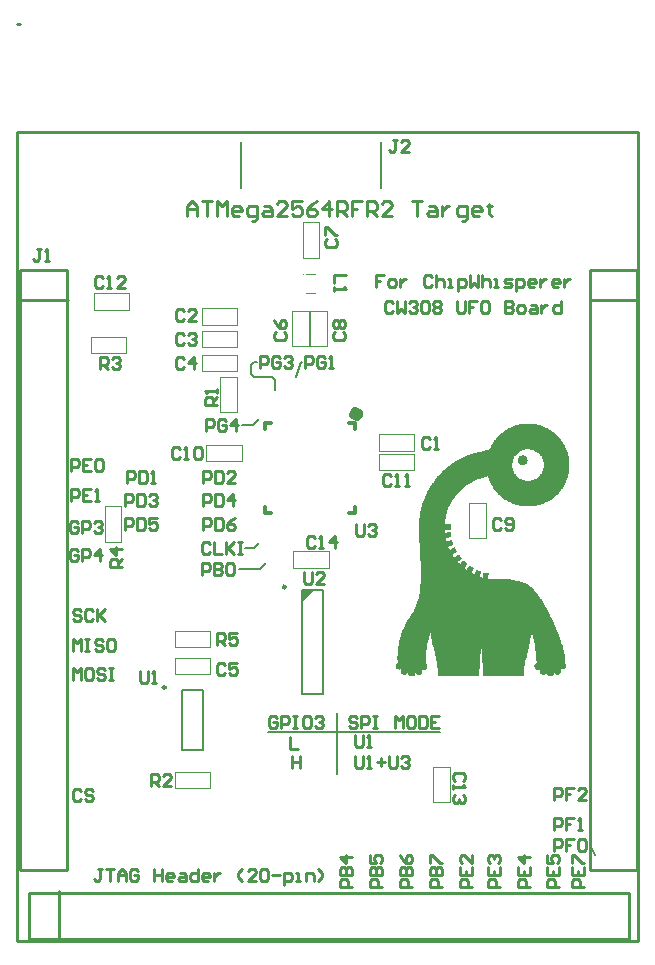
<source format=gto>
G04 Layer_Color=65535*
%FSLAX25Y25*%
%MOIN*%
G70*
G01*
G75*
%ADD22C,0.01000*%
%ADD41C,0.00984*%
%ADD42C,0.00394*%
%ADD43C,0.03937*%
%ADD44C,0.00787*%
%ADD45C,0.01181*%
%ADD46C,0.00500*%
G36*
X271542Y272546D02*
X272650D01*
Y272361D01*
X273389D01*
Y272176D01*
X274127D01*
Y271992D01*
X274681D01*
Y271807D01*
X275050D01*
Y271622D01*
X275604D01*
Y271438D01*
X275974D01*
Y271253D01*
X276343D01*
Y271068D01*
X276712D01*
Y270884D01*
X276897D01*
Y270699D01*
X277266D01*
Y270514D01*
X277451D01*
Y270330D01*
X277820D01*
Y270145D01*
X278005D01*
Y269960D01*
X278374D01*
Y269776D01*
X278559D01*
Y269591D01*
X278743D01*
Y269407D01*
X278928D01*
Y269222D01*
X279113D01*
Y269037D01*
X279297D01*
Y268853D01*
X279482D01*
Y268668D01*
X279667D01*
Y268483D01*
X279851D01*
Y268299D01*
X280036D01*
Y268114D01*
X280221D01*
Y267929D01*
X280405D01*
Y267745D01*
X280590D01*
Y267560D01*
X280775D01*
Y267375D01*
Y267191D01*
X280959D01*
Y267006D01*
X281144D01*
Y266821D01*
X281329D01*
Y266637D01*
Y266452D01*
X281513D01*
Y266267D01*
Y266083D01*
X281698D01*
Y265898D01*
X281883D01*
Y265714D01*
Y265529D01*
X282067D01*
Y265344D01*
Y265160D01*
X282252D01*
Y264975D01*
Y264790D01*
X282436D01*
Y264606D01*
Y264421D01*
Y264236D01*
X282621D01*
Y264052D01*
Y263867D01*
X282806D01*
Y263682D01*
Y263498D01*
Y263313D01*
X282990D01*
Y263128D01*
Y262944D01*
Y262759D01*
X283175D01*
Y262574D01*
Y262390D01*
Y262205D01*
Y262020D01*
X283360D01*
Y261836D01*
Y261651D01*
Y261467D01*
Y261282D01*
Y261097D01*
Y260912D01*
X283544D01*
Y260728D01*
Y260543D01*
Y260359D01*
Y260174D01*
Y259989D01*
Y259805D01*
Y259620D01*
Y259435D01*
Y259251D01*
Y259066D01*
Y258881D01*
Y258697D01*
Y258512D01*
Y258327D01*
Y258143D01*
Y257958D01*
Y257773D01*
Y257589D01*
Y257404D01*
Y257220D01*
Y257035D01*
X283360D01*
Y256850D01*
Y256665D01*
Y256481D01*
Y256296D01*
Y256112D01*
Y255927D01*
X283175D01*
Y255742D01*
Y255558D01*
Y255373D01*
Y255188D01*
X282990D01*
Y255004D01*
Y254819D01*
Y254634D01*
X282806D01*
Y254450D01*
Y254265D01*
Y254080D01*
X282621D01*
Y253896D01*
Y253711D01*
Y253526D01*
X282436D01*
Y253342D01*
Y253157D01*
X282252D01*
Y252973D01*
Y252788D01*
X282067D01*
Y252603D01*
Y252418D01*
X281883D01*
Y252234D01*
Y252049D01*
X281698D01*
Y251865D01*
Y251680D01*
X281513D01*
Y251495D01*
X281329D01*
Y251311D01*
Y251126D01*
X281144D01*
Y250941D01*
X280959D01*
Y250757D01*
Y250572D01*
X280775D01*
Y250387D01*
X280590D01*
Y250203D01*
X280405D01*
Y250018D01*
X280221D01*
Y249833D01*
X280036D01*
Y249649D01*
Y249464D01*
X279851D01*
Y249279D01*
X279667D01*
Y249095D01*
X279482D01*
Y248910D01*
X279297D01*
Y248726D01*
X278928D01*
Y248541D01*
X278743D01*
Y248356D01*
X278559D01*
Y248171D01*
X278374D01*
Y247987D01*
X278189D01*
Y247802D01*
X277820D01*
Y247618D01*
X277636D01*
Y247433D01*
X277266D01*
Y247248D01*
X277082D01*
Y247064D01*
X276712D01*
Y246879D01*
X276343D01*
Y246694D01*
X275974D01*
Y246510D01*
X275604D01*
Y246325D01*
X275235D01*
Y246140D01*
X274681D01*
Y245956D01*
X274127D01*
Y245771D01*
X273573D01*
Y245586D01*
X272834D01*
Y245402D01*
X271727D01*
Y245217D01*
X267849D01*
Y245402D01*
X266741D01*
Y245586D01*
X266002D01*
Y245771D01*
X265448D01*
Y245956D01*
X264895D01*
Y246140D01*
X264340D01*
Y246325D01*
X263971D01*
Y246510D01*
X263602D01*
Y246694D01*
X263233D01*
Y246879D01*
X262863D01*
Y247064D01*
X262679D01*
Y247248D01*
X262309D01*
Y247433D01*
X261940D01*
Y247618D01*
X261755D01*
Y247802D01*
X261571D01*
Y247987D01*
X261201D01*
Y248171D01*
X261017D01*
Y248356D01*
X260832D01*
Y248541D01*
X260648D01*
Y248726D01*
X260463D01*
Y248910D01*
X260093D01*
Y249095D01*
X259909D01*
Y249279D01*
X259724D01*
Y249464D01*
Y249649D01*
X259540D01*
Y249833D01*
X259355D01*
Y250018D01*
X259170D01*
Y250203D01*
X258986D01*
Y250387D01*
X258801D01*
Y250572D01*
Y250757D01*
X258616D01*
Y250941D01*
X258432D01*
Y251126D01*
X258247D01*
Y251311D01*
Y251495D01*
X258062D01*
Y251680D01*
Y251865D01*
X257878D01*
Y252049D01*
X257693D01*
Y252234D01*
Y252418D01*
X257508D01*
Y252603D01*
Y252788D01*
X257324D01*
Y252973D01*
Y253157D01*
X257139D01*
Y253342D01*
Y253526D01*
Y253711D01*
X256954D01*
Y253896D01*
Y254080D01*
X256770D01*
Y254265D01*
Y254450D01*
Y254634D01*
X256585D01*
Y254819D01*
Y255004D01*
X256400D01*
Y255188D01*
X256031D01*
Y255004D01*
X255108D01*
Y254819D01*
X254554D01*
Y254634D01*
X254000D01*
Y254450D01*
X253446D01*
Y254265D01*
X252892D01*
Y254080D01*
X252523D01*
Y253896D01*
X252153D01*
Y253711D01*
X251784D01*
Y253526D01*
X251415D01*
Y253342D01*
X251046D01*
Y253157D01*
X250676D01*
Y252973D01*
X250307D01*
Y252788D01*
X250122D01*
Y252603D01*
X249753D01*
Y252418D01*
X249568D01*
Y252234D01*
X249199D01*
Y252049D01*
X249014D01*
Y251865D01*
X248830D01*
Y251680D01*
X248460D01*
Y251495D01*
X248276D01*
Y251311D01*
X248091D01*
Y251126D01*
X247906D01*
Y250941D01*
X247722D01*
Y250757D01*
X247537D01*
Y250572D01*
X247353D01*
Y250387D01*
X247168D01*
Y250203D01*
X246983D01*
Y250018D01*
X246799D01*
Y249833D01*
X246614D01*
Y249649D01*
X246429D01*
Y249464D01*
X246245D01*
Y249279D01*
X246060D01*
Y249095D01*
X245875D01*
Y248910D01*
Y248726D01*
X245691D01*
Y248541D01*
X245506D01*
Y248356D01*
X245321D01*
Y248171D01*
Y247987D01*
X245137D01*
Y247802D01*
X244952D01*
Y247618D01*
X244767D01*
Y247433D01*
Y247248D01*
X244583D01*
Y247064D01*
Y246879D01*
X244398D01*
Y246694D01*
X244213D01*
Y246510D01*
Y246325D01*
X244029D01*
Y246140D01*
Y245956D01*
X243844D01*
Y245771D01*
Y245586D01*
X243659D01*
Y245402D01*
Y245217D01*
X243475D01*
Y245032D01*
Y244848D01*
X243290D01*
Y244663D01*
Y244479D01*
Y244294D01*
X243106D01*
Y244109D01*
Y243924D01*
X242921D01*
Y243740D01*
Y243555D01*
Y243371D01*
X242736D01*
Y243186D01*
Y243001D01*
Y242817D01*
Y242632D01*
X242551D01*
Y242447D01*
Y242263D01*
Y242078D01*
Y241893D01*
X242367D01*
Y241709D01*
Y241524D01*
Y241339D01*
Y241155D01*
Y240970D01*
X242182D01*
Y240785D01*
Y240601D01*
Y240416D01*
Y240231D01*
Y240047D01*
Y239862D01*
Y239678D01*
X241998D01*
Y239493D01*
Y239308D01*
X244029D01*
Y239124D01*
Y238939D01*
Y238754D01*
Y238570D01*
Y238385D01*
Y238200D01*
Y238016D01*
Y237831D01*
Y237646D01*
Y237462D01*
X241998D01*
Y237277D01*
Y237092D01*
Y236908D01*
Y236723D01*
Y236538D01*
X242182D01*
Y236354D01*
X242736D01*
Y236538D01*
X243844D01*
Y236723D01*
X244029D01*
Y236538D01*
Y236354D01*
Y236169D01*
Y235984D01*
Y235800D01*
Y235615D01*
X244213D01*
Y235431D01*
Y235246D01*
Y235061D01*
Y234876D01*
X243475D01*
Y234692D01*
X242551D01*
Y234507D01*
X242367D01*
Y234323D01*
X242551D01*
Y234138D01*
Y233953D01*
Y233769D01*
Y233584D01*
X242736D01*
Y233399D01*
X242921D01*
Y233584D01*
X243290D01*
Y233769D01*
X243844D01*
Y233953D01*
X244398D01*
Y233769D01*
X244583D01*
Y233584D01*
Y233399D01*
Y233215D01*
X244767D01*
Y233030D01*
Y232845D01*
X244952D01*
Y232661D01*
Y232476D01*
Y232291D01*
X244583D01*
Y232107D01*
X244029D01*
Y231922D01*
X243475D01*
Y231737D01*
X243290D01*
Y231553D01*
Y231368D01*
X243475D01*
Y231184D01*
Y230999D01*
X243659D01*
Y230814D01*
X244029D01*
Y230999D01*
X244398D01*
Y231184D01*
X244767D01*
Y231368D01*
X245137D01*
Y231553D01*
X245321D01*
Y231368D01*
X245506D01*
Y231184D01*
Y230999D01*
X245691D01*
Y230814D01*
Y230629D01*
X245875D01*
Y230445D01*
X246060D01*
Y230260D01*
Y230076D01*
Y229891D01*
X245875D01*
Y229706D01*
X245506D01*
Y229522D01*
X245137D01*
Y229337D01*
X244952D01*
Y229152D01*
X244583D01*
Y228968D01*
X244767D01*
Y228783D01*
Y228598D01*
X244952D01*
Y228414D01*
X245137D01*
Y228229D01*
X245506D01*
Y228414D01*
X245691D01*
Y228598D01*
X245875D01*
Y228783D01*
X246060D01*
Y228968D01*
X246245D01*
Y229152D01*
X246799D01*
Y228968D01*
X246983D01*
Y228783D01*
Y228598D01*
X247168D01*
Y228414D01*
X247353D01*
Y228229D01*
X247537D01*
Y228044D01*
X247722D01*
Y227860D01*
Y227675D01*
X247353D01*
Y227490D01*
X247168D01*
Y227306D01*
X246983D01*
Y227121D01*
X246799D01*
Y226937D01*
X246614D01*
Y226752D01*
X246429D01*
Y226567D01*
X246614D01*
Y226382D01*
X246799D01*
Y226198D01*
X246983D01*
Y226013D01*
X247353D01*
Y226198D01*
Y226382D01*
X247537D01*
Y226567D01*
X247722D01*
Y226752D01*
X247906D01*
Y226937D01*
X248091D01*
Y227121D01*
X248460D01*
Y226937D01*
X248645D01*
Y226752D01*
X248830D01*
Y226567D01*
X249199D01*
Y226382D01*
X249384D01*
Y226198D01*
X249568D01*
Y226013D01*
Y225829D01*
X249384D01*
Y225644D01*
X249199D01*
Y225459D01*
X249014D01*
Y225275D01*
Y225090D01*
X248830D01*
Y224905D01*
X248645D01*
Y224721D01*
Y224536D01*
X248830D01*
Y224351D01*
X249014D01*
Y224167D01*
X249199D01*
Y223982D01*
X249384D01*
Y224167D01*
X249568D01*
Y224351D01*
Y224536D01*
X249753D01*
Y224721D01*
X249938D01*
Y224905D01*
Y225090D01*
X250122D01*
Y225275D01*
Y225459D01*
X250492D01*
Y225275D01*
X250861D01*
Y225090D01*
X251046D01*
Y224905D01*
X251415D01*
Y224721D01*
X251784D01*
Y224536D01*
Y224351D01*
X251600D01*
Y224167D01*
Y223982D01*
X251415D01*
Y223797D01*
Y223613D01*
X251230D01*
Y223428D01*
X251046D01*
Y223243D01*
Y223059D01*
Y222874D01*
X251415D01*
Y222690D01*
X251784D01*
Y222505D01*
X251969D01*
Y222690D01*
Y222874D01*
X252153D01*
Y223059D01*
Y223243D01*
Y223428D01*
X252338D01*
Y223613D01*
Y223797D01*
X252523D01*
Y223982D01*
X253077D01*
Y223797D01*
X253631D01*
Y223613D01*
X254185D01*
Y223428D01*
Y223243D01*
Y223059D01*
X254000D01*
Y222874D01*
Y222690D01*
X253815D01*
Y222505D01*
Y222320D01*
Y222135D01*
X253631D01*
Y221951D01*
Y221766D01*
X254000D01*
Y221582D01*
X254554D01*
Y221397D01*
X254739D01*
Y221582D01*
Y221766D01*
Y221951D01*
Y222135D01*
X254923D01*
Y222320D01*
Y222505D01*
Y222690D01*
Y222874D01*
Y223059D01*
X256031D01*
Y222874D01*
X256770D01*
Y222690D01*
Y222505D01*
Y222320D01*
X256585D01*
Y222135D01*
Y221951D01*
Y221766D01*
Y221582D01*
Y221397D01*
Y221212D01*
Y221028D01*
X258801D01*
Y220843D01*
X263971D01*
Y220658D01*
X265448D01*
Y220474D01*
X266372D01*
Y220289D01*
X267110D01*
Y220104D01*
X267849D01*
Y219920D01*
X268218D01*
Y219735D01*
X268772D01*
Y219550D01*
X269142D01*
Y219366D01*
X269511D01*
Y219181D01*
X269695D01*
Y218996D01*
X270065D01*
Y218812D01*
X270249D01*
Y218627D01*
X270434D01*
Y218443D01*
X270803D01*
Y218258D01*
X270988D01*
Y218073D01*
X271173D01*
Y217888D01*
X271357D01*
Y217704D01*
X271542D01*
Y217519D01*
X271727D01*
Y217335D01*
X271911D01*
Y217150D01*
X272096D01*
Y216965D01*
X272281D01*
Y216781D01*
X272465D01*
Y216596D01*
Y216411D01*
X272650D01*
Y216227D01*
X272834D01*
Y216042D01*
X273019D01*
Y215857D01*
X273204D01*
Y215673D01*
Y215488D01*
X273389D01*
Y215303D01*
X273573D01*
Y215119D01*
Y214934D01*
X273758D01*
Y214749D01*
X273942D01*
Y214565D01*
Y214380D01*
X274127D01*
Y214195D01*
X274312D01*
Y214011D01*
Y213826D01*
X274496D01*
Y213642D01*
X274681D01*
Y213457D01*
Y213272D01*
X274866D01*
Y213088D01*
Y212903D01*
X275050D01*
Y212718D01*
X275235D01*
Y212534D01*
Y212349D01*
X275420D01*
Y212164D01*
Y211980D01*
X275604D01*
Y211795D01*
X275789D01*
Y211610D01*
Y211426D01*
X275974D01*
Y211241D01*
Y211056D01*
X276158D01*
Y210872D01*
Y210687D01*
X276343D01*
Y210502D01*
Y210318D01*
X276528D01*
Y210133D01*
Y209948D01*
X276712D01*
Y209764D01*
Y209579D01*
X276897D01*
Y209395D01*
Y209210D01*
X277082D01*
Y209025D01*
Y208840D01*
X277266D01*
Y208656D01*
Y208471D01*
X277451D01*
Y208287D01*
Y208102D01*
X277636D01*
Y207917D01*
Y207733D01*
X277820D01*
Y207548D01*
Y207363D01*
X278005D01*
Y207179D01*
Y206994D01*
X278189D01*
Y206809D01*
Y206625D01*
X278374D01*
Y206440D01*
Y206255D01*
X278559D01*
Y206071D01*
Y205886D01*
Y205701D01*
X278743D01*
Y205517D01*
Y205332D01*
X278928D01*
Y205148D01*
Y204963D01*
X279113D01*
Y204778D01*
Y204593D01*
Y204409D01*
X279297D01*
Y204224D01*
Y204040D01*
X279482D01*
Y203855D01*
Y203670D01*
Y203486D01*
X279667D01*
Y203301D01*
Y203116D01*
X279851D01*
Y202932D01*
Y202747D01*
Y202562D01*
X280036D01*
Y202378D01*
Y202193D01*
Y202008D01*
X280221D01*
Y201824D01*
Y201639D01*
X280405D01*
Y201454D01*
Y201270D01*
Y201085D01*
X280590D01*
Y200901D01*
Y200716D01*
Y200531D01*
X280775D01*
Y200346D01*
Y200162D01*
Y199977D01*
X280959D01*
Y199793D01*
Y199608D01*
Y199423D01*
X281144D01*
Y199239D01*
Y199054D01*
Y198869D01*
X281329D01*
Y198685D01*
Y198500D01*
Y198315D01*
Y198131D01*
X281513D01*
Y197946D01*
Y197761D01*
Y197577D01*
Y197392D01*
X281698D01*
Y197207D01*
Y197023D01*
Y196838D01*
Y196653D01*
X281883D01*
Y196469D01*
Y196284D01*
Y196099D01*
Y195915D01*
X282067D01*
Y195730D01*
Y195546D01*
Y195361D01*
Y195176D01*
Y194992D01*
Y194807D01*
Y194622D01*
Y194438D01*
Y194253D01*
Y194068D01*
Y193884D01*
Y193699D01*
Y193514D01*
Y193330D01*
Y193145D01*
Y192960D01*
X282252D01*
Y192776D01*
X282436D01*
Y192591D01*
Y192406D01*
X282621D01*
Y192222D01*
Y192037D01*
Y191852D01*
Y191668D01*
X282436D01*
Y191483D01*
Y191299D01*
X282252D01*
Y191114D01*
X282067D01*
Y190929D01*
X281513D01*
Y190745D01*
X281329D01*
Y190929D01*
X280775D01*
Y190745D01*
Y190560D01*
Y190375D01*
Y190191D01*
Y190006D01*
Y189821D01*
Y189637D01*
X280590D01*
Y189452D01*
Y189267D01*
X280221D01*
Y189083D01*
X279113D01*
Y189267D01*
X278928D01*
Y189452D01*
X278743D01*
Y189637D01*
X278559D01*
Y189452D01*
Y189267D01*
X278374D01*
Y189083D01*
Y188898D01*
X278189D01*
Y188713D01*
X278005D01*
Y188529D01*
X276528D01*
Y188713D01*
X276343D01*
Y188898D01*
Y189083D01*
X276158D01*
Y189267D01*
Y189452D01*
Y189637D01*
X275974D01*
Y189452D01*
X275789D01*
Y189267D01*
X275604D01*
Y189083D01*
X274312D01*
Y189267D01*
X273942D01*
Y189452D01*
Y189637D01*
X273758D01*
Y189821D01*
Y190006D01*
Y190191D01*
Y190375D01*
Y190560D01*
Y190745D01*
X272465D01*
Y190929D01*
X272281D01*
Y191114D01*
X272096D01*
Y191299D01*
Y191483D01*
Y191668D01*
X271911D01*
Y191852D01*
Y192037D01*
Y192222D01*
X272096D01*
Y192406D01*
Y192591D01*
X272281D01*
Y192776D01*
X272465D01*
Y192960D01*
X272650D01*
Y193145D01*
Y193330D01*
Y193514D01*
X272465D01*
Y193699D01*
Y193884D01*
Y194068D01*
Y194253D01*
Y194438D01*
Y194622D01*
Y194807D01*
Y194992D01*
Y195176D01*
Y195361D01*
Y195546D01*
Y195730D01*
Y195915D01*
Y196099D01*
Y196284D01*
Y196469D01*
Y196653D01*
Y196838D01*
Y197023D01*
X272281D01*
Y197207D01*
Y197392D01*
Y197577D01*
Y197761D01*
Y197946D01*
Y198131D01*
Y198315D01*
Y198500D01*
X272096D01*
Y198685D01*
Y198869D01*
Y199054D01*
Y199239D01*
Y199423D01*
Y199608D01*
X271911D01*
Y199793D01*
Y199977D01*
Y200162D01*
Y200346D01*
X271727D01*
Y200531D01*
Y200716D01*
Y200901D01*
Y201085D01*
X271542D01*
Y201270D01*
Y201454D01*
Y201639D01*
Y201824D01*
X271357D01*
Y202008D01*
Y202193D01*
Y202378D01*
X271173D01*
Y202562D01*
Y202747D01*
Y202932D01*
X270988D01*
Y202747D01*
Y202562D01*
Y202378D01*
X270803D01*
Y202193D01*
Y202008D01*
Y201824D01*
Y201639D01*
Y201454D01*
Y201270D01*
X270619D01*
Y201085D01*
Y200901D01*
Y200716D01*
Y200531D01*
Y200346D01*
Y200162D01*
X270434D01*
Y199977D01*
Y199793D01*
Y199608D01*
Y199423D01*
X270249D01*
Y199239D01*
Y199054D01*
Y198869D01*
Y198685D01*
Y198500D01*
X270065D01*
Y198315D01*
Y198131D01*
Y197946D01*
Y197761D01*
X269880D01*
Y197577D01*
Y197392D01*
Y197207D01*
Y197023D01*
X269695D01*
Y196838D01*
Y196653D01*
Y196469D01*
Y196284D01*
X269511D01*
Y196099D01*
Y195915D01*
Y195730D01*
Y195546D01*
X269326D01*
Y195361D01*
Y195176D01*
Y194992D01*
Y194807D01*
X269142D01*
Y194622D01*
Y194438D01*
Y194253D01*
Y194068D01*
Y193884D01*
X268957D01*
Y193699D01*
Y193514D01*
Y193330D01*
Y193145D01*
Y192960D01*
X268772D01*
Y192776D01*
Y192591D01*
Y192406D01*
Y192222D01*
Y192037D01*
Y191852D01*
X268587D01*
Y191668D01*
Y191483D01*
Y191299D01*
Y191114D01*
Y190929D01*
Y190745D01*
Y190560D01*
Y190375D01*
Y190191D01*
Y190006D01*
Y189821D01*
X268403D01*
Y189637D01*
Y189452D01*
Y189267D01*
Y189083D01*
Y188898D01*
Y188713D01*
Y188529D01*
X254923D01*
Y188713D01*
Y188898D01*
Y189083D01*
Y189267D01*
Y189452D01*
Y189637D01*
Y189821D01*
Y190006D01*
Y190191D01*
Y190375D01*
X254739D01*
Y190560D01*
Y190745D01*
Y190929D01*
Y191114D01*
Y191299D01*
Y191483D01*
Y191668D01*
Y191852D01*
Y192037D01*
Y192222D01*
Y192406D01*
Y192591D01*
Y192776D01*
Y192960D01*
X254554D01*
Y193145D01*
Y193330D01*
Y193514D01*
Y193699D01*
Y193884D01*
Y194068D01*
Y194253D01*
Y194438D01*
Y194622D01*
Y194807D01*
Y194992D01*
Y195176D01*
Y195361D01*
X254369D01*
Y195546D01*
Y195730D01*
Y195915D01*
Y196099D01*
Y196284D01*
Y196469D01*
Y196653D01*
Y196838D01*
Y197023D01*
Y197207D01*
Y197392D01*
Y197577D01*
Y197761D01*
X254185D01*
Y197946D01*
Y198131D01*
Y198315D01*
Y198500D01*
X254000D01*
Y198315D01*
Y198131D01*
Y197946D01*
Y197761D01*
Y197577D01*
Y197392D01*
Y197207D01*
Y197023D01*
Y196838D01*
Y196653D01*
Y196469D01*
Y196284D01*
Y196099D01*
X253815D01*
Y195915D01*
Y195730D01*
Y195546D01*
Y195361D01*
Y195176D01*
Y194992D01*
Y194807D01*
Y194622D01*
Y194438D01*
Y194253D01*
Y194068D01*
Y193884D01*
Y193699D01*
Y193514D01*
X253631D01*
Y193330D01*
Y193145D01*
Y192960D01*
Y192776D01*
Y192591D01*
Y192406D01*
Y192222D01*
Y192037D01*
Y191852D01*
Y191668D01*
Y191483D01*
Y191299D01*
Y191114D01*
X253446D01*
Y190929D01*
Y190745D01*
Y190560D01*
Y190375D01*
Y190191D01*
Y190006D01*
Y189821D01*
Y189637D01*
Y189452D01*
Y189267D01*
Y189083D01*
Y188898D01*
Y188713D01*
Y188529D01*
X239782D01*
Y188713D01*
Y188898D01*
Y189083D01*
Y189267D01*
Y189452D01*
Y189637D01*
Y189821D01*
Y190006D01*
Y190191D01*
Y190375D01*
Y190560D01*
Y190745D01*
Y190929D01*
Y191114D01*
Y191299D01*
X239597D01*
Y191483D01*
Y191668D01*
Y191852D01*
Y192037D01*
Y192222D01*
Y192406D01*
Y192591D01*
Y192776D01*
X239412D01*
Y192960D01*
Y193145D01*
Y193330D01*
Y193514D01*
Y193699D01*
X239228D01*
Y193884D01*
Y194068D01*
Y194253D01*
Y194438D01*
Y194622D01*
X239043D01*
Y194807D01*
Y194992D01*
Y195176D01*
Y195361D01*
X238859D01*
Y195546D01*
Y195730D01*
Y195915D01*
Y196099D01*
X238674D01*
Y196284D01*
Y196469D01*
Y196653D01*
Y196838D01*
X238489D01*
Y197023D01*
Y197207D01*
Y197392D01*
Y197577D01*
X238304D01*
Y197761D01*
Y197946D01*
Y198131D01*
Y198315D01*
X238120D01*
Y198500D01*
Y198685D01*
Y198869D01*
Y199054D01*
X237935D01*
Y199239D01*
Y199423D01*
Y199608D01*
Y199793D01*
Y199977D01*
X237751D01*
Y200162D01*
Y200346D01*
Y200531D01*
Y200716D01*
Y200901D01*
X237566D01*
Y201085D01*
Y201270D01*
Y201454D01*
Y201639D01*
Y201824D01*
Y202008D01*
X237381D01*
Y202193D01*
Y202378D01*
Y202562D01*
Y202747D01*
Y202932D01*
X237197D01*
Y202747D01*
Y202562D01*
X237012D01*
Y202378D01*
Y202193D01*
Y202008D01*
X236827D01*
Y201824D01*
Y201639D01*
Y201454D01*
Y201270D01*
X236643D01*
Y201085D01*
Y200901D01*
Y200716D01*
Y200531D01*
X236458D01*
Y200346D01*
Y200162D01*
Y199977D01*
Y199793D01*
X236273D01*
Y199608D01*
Y199423D01*
Y199239D01*
Y199054D01*
Y198869D01*
Y198685D01*
X236089D01*
Y198500D01*
Y198315D01*
Y198131D01*
Y197946D01*
Y197761D01*
Y197577D01*
Y197392D01*
X235904D01*
Y197207D01*
Y197023D01*
Y196838D01*
Y196653D01*
Y196469D01*
Y196284D01*
Y196099D01*
Y195915D01*
Y195730D01*
Y195546D01*
Y195361D01*
Y195176D01*
Y194992D01*
Y194807D01*
Y194622D01*
Y194438D01*
Y194253D01*
Y194068D01*
X235719D01*
Y193884D01*
Y193699D01*
Y193514D01*
Y193330D01*
Y193145D01*
Y192960D01*
X235904D01*
Y192776D01*
X236089D01*
Y192591D01*
X236273D01*
Y192406D01*
Y192222D01*
Y192037D01*
Y191852D01*
Y191668D01*
Y191483D01*
Y191299D01*
X236089D01*
Y191114D01*
Y190929D01*
X235719D01*
Y190745D01*
X234612D01*
Y190929D01*
X234427D01*
Y190745D01*
Y190560D01*
X234612D01*
Y190375D01*
Y190191D01*
Y190006D01*
Y189821D01*
X234427D01*
Y189637D01*
Y189452D01*
X234242D01*
Y189267D01*
X234057D01*
Y189083D01*
X232765D01*
Y189267D01*
X232396D01*
Y189452D01*
Y189637D01*
X232211D01*
Y189452D01*
Y189267D01*
Y189083D01*
X232026D01*
Y188898D01*
Y188713D01*
X231657D01*
Y188529D01*
X230364D01*
Y188713D01*
X229995D01*
Y188898D01*
Y189083D01*
X229811D01*
Y189267D01*
Y189452D01*
Y189637D01*
X229626D01*
Y189452D01*
X229441D01*
Y189267D01*
X229072D01*
Y189083D01*
X228149D01*
Y189267D01*
X227779D01*
Y189452D01*
X227595D01*
Y189637D01*
Y189821D01*
X227410D01*
Y190006D01*
Y190191D01*
Y190375D01*
Y190560D01*
X227595D01*
Y190745D01*
Y190929D01*
X227041D01*
Y190745D01*
X226856D01*
Y190929D01*
X226117D01*
Y191114D01*
X225933D01*
Y191299D01*
Y191483D01*
X225748D01*
Y191668D01*
Y191852D01*
Y192037D01*
Y192222D01*
Y192406D01*
Y192591D01*
X225933D01*
Y192776D01*
X226117D01*
Y192960D01*
X226302D01*
Y193145D01*
Y193330D01*
Y193514D01*
Y193699D01*
Y193884D01*
X226117D01*
Y194068D01*
Y194253D01*
Y194438D01*
Y194622D01*
Y194807D01*
Y194992D01*
Y195176D01*
Y195361D01*
X226302D01*
Y195546D01*
Y195730D01*
Y195915D01*
Y196099D01*
Y196284D01*
Y196469D01*
Y196653D01*
Y196838D01*
Y197023D01*
Y197207D01*
Y197392D01*
Y197577D01*
X226487D01*
Y197761D01*
Y197946D01*
Y198131D01*
Y198315D01*
Y198500D01*
Y198685D01*
X226671D01*
Y198869D01*
Y199054D01*
Y199239D01*
Y199423D01*
Y199608D01*
X226856D01*
Y199793D01*
Y199977D01*
Y200162D01*
Y200346D01*
Y200531D01*
X227041D01*
Y200716D01*
Y200901D01*
Y201085D01*
X227225D01*
Y201270D01*
Y201454D01*
Y201639D01*
Y201824D01*
X227410D01*
Y202008D01*
Y202193D01*
Y202378D01*
X227595D01*
Y202562D01*
Y202747D01*
Y202932D01*
X227779D01*
Y203116D01*
Y203301D01*
X227964D01*
Y203486D01*
Y203670D01*
Y203855D01*
X228149D01*
Y204040D01*
Y204224D01*
X228333D01*
Y204409D01*
Y204593D01*
Y204778D01*
X228518D01*
Y204963D01*
Y205148D01*
X228703D01*
Y205332D01*
Y205517D01*
X228887D01*
Y205701D01*
Y205886D01*
X229072D01*
Y206071D01*
Y206255D01*
X229257D01*
Y206440D01*
Y206625D01*
X229441D01*
Y206809D01*
Y206994D01*
X229626D01*
Y207179D01*
X229811D01*
Y207363D01*
Y207548D01*
X229995D01*
Y207733D01*
Y207917D01*
X230180D01*
Y208102D01*
X230364D01*
Y208287D01*
Y208471D01*
X230549D01*
Y208656D01*
X230734D01*
Y208840D01*
Y209025D01*
X230918D01*
Y209210D01*
X231103D01*
Y209395D01*
Y209579D01*
X231288D01*
Y209764D01*
X231472D01*
Y209948D01*
Y210133D01*
X231657D01*
Y210318D01*
Y210502D01*
X231842D01*
Y210687D01*
Y210872D01*
X232026D01*
Y211056D01*
Y211241D01*
X232211D01*
Y211426D01*
Y211610D01*
X232396D01*
Y211795D01*
Y211980D01*
X232580D01*
Y212164D01*
Y212349D01*
Y212534D01*
X232765D01*
Y212718D01*
Y212903D01*
Y213088D01*
X232950D01*
Y213272D01*
Y213457D01*
Y213642D01*
X233134D01*
Y213826D01*
Y214011D01*
Y214195D01*
Y214380D01*
X233319D01*
Y214565D01*
Y214749D01*
Y214934D01*
Y215119D01*
X233504D01*
Y215303D01*
Y215488D01*
Y215673D01*
Y215857D01*
Y216042D01*
X233688D01*
Y216227D01*
Y216411D01*
Y216596D01*
Y216781D01*
Y216965D01*
Y217150D01*
Y217335D01*
X233873D01*
Y217519D01*
Y217704D01*
Y217888D01*
Y218073D01*
Y218258D01*
Y218443D01*
Y218627D01*
Y218812D01*
Y218996D01*
Y219181D01*
Y219366D01*
X234057D01*
Y219550D01*
Y219735D01*
Y219920D01*
Y220104D01*
Y220289D01*
Y220474D01*
Y220658D01*
Y220843D01*
Y221028D01*
Y221212D01*
Y221397D01*
Y221582D01*
Y221766D01*
Y221951D01*
Y222135D01*
Y222320D01*
Y222505D01*
Y222690D01*
Y222874D01*
Y223059D01*
Y223243D01*
Y223428D01*
Y223613D01*
Y223797D01*
Y223982D01*
Y224167D01*
Y224351D01*
Y224536D01*
Y224721D01*
Y224905D01*
Y225090D01*
Y225275D01*
Y225459D01*
Y225644D01*
Y225829D01*
Y226013D01*
Y226198D01*
Y226382D01*
Y226567D01*
Y226752D01*
Y226937D01*
X233873D01*
Y227121D01*
Y227306D01*
Y227490D01*
Y227675D01*
Y227860D01*
Y228044D01*
Y228229D01*
Y228414D01*
Y228598D01*
Y228783D01*
Y228968D01*
Y229152D01*
Y229337D01*
Y229522D01*
Y229706D01*
Y229891D01*
Y230076D01*
X233688D01*
Y230260D01*
Y230445D01*
Y230629D01*
Y230814D01*
Y230999D01*
Y231184D01*
Y231368D01*
Y231553D01*
Y231737D01*
Y231922D01*
Y232107D01*
Y232291D01*
Y232476D01*
Y232661D01*
Y232845D01*
Y233030D01*
X233504D01*
Y233215D01*
Y233399D01*
Y233584D01*
Y233769D01*
Y233953D01*
Y234138D01*
Y234323D01*
Y234507D01*
Y234692D01*
Y234876D01*
Y235061D01*
Y235246D01*
Y235431D01*
Y235615D01*
Y235800D01*
Y235984D01*
Y236169D01*
Y236354D01*
Y236538D01*
Y236723D01*
Y236908D01*
Y237092D01*
Y237277D01*
Y237462D01*
Y237646D01*
Y237831D01*
Y238016D01*
Y238200D01*
Y238385D01*
Y238570D01*
Y238754D01*
Y238939D01*
Y239124D01*
Y239308D01*
Y239493D01*
Y239678D01*
Y239862D01*
Y240047D01*
Y240231D01*
Y240416D01*
Y240601D01*
Y240785D01*
Y240970D01*
Y241155D01*
Y241339D01*
X233688D01*
Y241524D01*
Y241709D01*
Y241893D01*
Y242078D01*
Y242263D01*
Y242447D01*
Y242632D01*
X233873D01*
Y242817D01*
Y243001D01*
Y243186D01*
Y243371D01*
Y243555D01*
X234057D01*
Y243740D01*
Y243924D01*
Y244109D01*
Y244294D01*
X234242D01*
Y244479D01*
Y244663D01*
Y244848D01*
Y245032D01*
X234427D01*
Y245217D01*
Y245402D01*
Y245586D01*
Y245771D01*
X234612D01*
Y245956D01*
Y246140D01*
Y246325D01*
X234796D01*
Y246510D01*
Y246694D01*
Y246879D01*
X234981D01*
Y247064D01*
Y247248D01*
Y247433D01*
X235166D01*
Y247618D01*
Y247802D01*
X235350D01*
Y247987D01*
Y248171D01*
Y248356D01*
X235535D01*
Y248541D01*
Y248726D01*
X235719D01*
Y248910D01*
Y249095D01*
X235904D01*
Y249279D01*
Y249464D01*
X236089D01*
Y249649D01*
Y249833D01*
X236273D01*
Y250018D01*
Y250203D01*
X236458D01*
Y250387D01*
Y250572D01*
X236643D01*
Y250757D01*
Y250941D01*
X236827D01*
Y251126D01*
Y251311D01*
X237012D01*
Y251495D01*
X237197D01*
Y251680D01*
Y251865D01*
X237381D01*
Y252049D01*
X237566D01*
Y252234D01*
Y252418D01*
X237751D01*
Y252603D01*
Y252788D01*
X237935D01*
Y252973D01*
X238120D01*
Y253157D01*
X238304D01*
Y253342D01*
Y253526D01*
X238489D01*
Y253711D01*
X238674D01*
Y253896D01*
X238859D01*
Y254080D01*
Y254265D01*
X239043D01*
Y254450D01*
X239228D01*
Y254634D01*
X239412D01*
Y254819D01*
X239597D01*
Y255004D01*
Y255188D01*
X239782D01*
Y255373D01*
X239966D01*
Y255558D01*
X240151D01*
Y255742D01*
X240336D01*
Y255927D01*
X240520D01*
Y256112D01*
X240705D01*
Y256296D01*
X240890D01*
Y256481D01*
X241074D01*
Y256665D01*
X241259D01*
Y256850D01*
X241444D01*
Y257035D01*
X241628D01*
Y257220D01*
X241813D01*
Y257404D01*
X241998D01*
Y257589D01*
X242182D01*
Y257773D01*
X242367D01*
Y257958D01*
X242736D01*
Y258143D01*
X242921D01*
Y258327D01*
X243106D01*
Y258512D01*
X243290D01*
Y258697D01*
X243659D01*
Y258881D01*
X243844D01*
Y259066D01*
X244029D01*
Y259251D01*
X244398D01*
Y259435D01*
X244583D01*
Y259620D01*
X244952D01*
Y259805D01*
X245137D01*
Y259989D01*
X245506D01*
Y260174D01*
X245691D01*
Y260359D01*
X246060D01*
Y260543D01*
X246429D01*
Y260728D01*
X246799D01*
Y260912D01*
X246983D01*
Y261097D01*
X247353D01*
Y261282D01*
X247722D01*
Y261467D01*
X248091D01*
Y261651D01*
X248645D01*
Y261836D01*
X249014D01*
Y262020D01*
X249384D01*
Y262205D01*
X249938D01*
Y262390D01*
X250307D01*
Y262574D01*
X250861D01*
Y262759D01*
X251415D01*
Y262944D01*
X252153D01*
Y263128D01*
X252707D01*
Y263313D01*
X253446D01*
Y263498D01*
X254369D01*
Y263682D01*
X255477D01*
Y263867D01*
X256954D01*
Y264052D01*
Y264236D01*
X257139D01*
Y264421D01*
Y264606D01*
X257324D01*
Y264790D01*
Y264975D01*
Y265160D01*
X257508D01*
Y265344D01*
Y265529D01*
X257693D01*
Y265714D01*
X257878D01*
Y265898D01*
Y266083D01*
X258062D01*
Y266267D01*
Y266452D01*
X258247D01*
Y266637D01*
X258432D01*
Y266821D01*
Y267006D01*
X258616D01*
Y267191D01*
X258801D01*
Y267375D01*
X258986D01*
Y267560D01*
Y267745D01*
X259170D01*
Y267929D01*
X259355D01*
Y268114D01*
X259540D01*
Y268299D01*
X259724D01*
Y268483D01*
X259909D01*
Y268668D01*
X260093D01*
Y268853D01*
X260278D01*
Y269037D01*
X260463D01*
Y269222D01*
X260648D01*
Y269407D01*
X260832D01*
Y269591D01*
X261017D01*
Y269776D01*
X261386D01*
Y269960D01*
X261571D01*
Y270145D01*
X261755D01*
Y270330D01*
X262125D01*
Y270514D01*
X262309D01*
Y270699D01*
X262679D01*
Y270884D01*
X263048D01*
Y271068D01*
X263233D01*
Y271253D01*
X263602D01*
Y271438D01*
X264156D01*
Y271622D01*
X264525D01*
Y271807D01*
X264895D01*
Y271992D01*
X265448D01*
Y272176D01*
X266187D01*
Y272361D01*
X266926D01*
Y272546D01*
X268034D01*
Y272730D01*
X271542D01*
Y272546D01*
D02*
G37*
G36*
X194457Y213386D02*
Y217323D01*
X198394D01*
X194457Y213386D01*
D02*
G37*
%LPC*%
G36*
X273942Y190929D02*
X273758D01*
Y190745D01*
X273942D01*
Y190929D01*
D02*
G37*
G36*
X270619Y264236D02*
X268957D01*
Y264052D01*
X268218D01*
Y263867D01*
X267664D01*
Y263682D01*
X267295D01*
Y263498D01*
X266926D01*
Y263313D01*
X266741D01*
Y263128D01*
X266556D01*
Y262944D01*
X266372D01*
Y262759D01*
X266187D01*
Y262574D01*
X266002D01*
Y262390D01*
X265818D01*
Y262205D01*
X265633D01*
Y262020D01*
X265448D01*
Y261836D01*
X265264D01*
Y261651D01*
Y261467D01*
X265079D01*
Y261282D01*
Y261097D01*
X264895D01*
Y260912D01*
Y260728D01*
Y260543D01*
X264710D01*
Y260359D01*
Y260174D01*
Y259989D01*
Y259805D01*
X264525D01*
Y259620D01*
Y259435D01*
Y259251D01*
Y259066D01*
Y258881D01*
Y258697D01*
Y258512D01*
Y258327D01*
Y258143D01*
Y257958D01*
X264710D01*
Y257773D01*
Y257589D01*
Y257404D01*
Y257220D01*
X264895D01*
Y257035D01*
Y256850D01*
X265079D01*
Y256665D01*
Y256481D01*
X265264D01*
Y256296D01*
Y256112D01*
X265448D01*
Y255927D01*
X265633D01*
Y255742D01*
X265818D01*
Y255558D01*
Y255373D01*
X266002D01*
Y255188D01*
X266187D01*
Y255004D01*
X266372D01*
Y254819D01*
X266741D01*
Y254634D01*
X266926D01*
Y254450D01*
X267295D01*
Y254265D01*
X267664D01*
Y254080D01*
X268034D01*
Y253896D01*
X268772D01*
Y253711D01*
X270803D01*
Y253896D01*
X271542D01*
Y254080D01*
X271911D01*
Y254265D01*
X272281D01*
Y254450D01*
X272650D01*
Y254634D01*
X272834D01*
Y254819D01*
X273204D01*
Y255004D01*
X273389D01*
Y255188D01*
X273573D01*
Y255373D01*
X273758D01*
Y255558D01*
X273942D01*
Y255742D01*
Y255927D01*
X274127D01*
Y256112D01*
X274312D01*
Y256296D01*
Y256481D01*
X274496D01*
Y256665D01*
Y256850D01*
X274681D01*
Y257035D01*
Y257220D01*
X274866D01*
Y257404D01*
Y257589D01*
Y257773D01*
Y257958D01*
X275050D01*
Y258143D01*
Y258327D01*
Y258512D01*
Y258697D01*
Y258881D01*
Y259066D01*
Y259251D01*
Y259435D01*
Y259620D01*
Y259805D01*
Y259989D01*
X274866D01*
Y260174D01*
Y260359D01*
Y260543D01*
Y260728D01*
X274681D01*
Y260912D01*
Y261097D01*
X274496D01*
Y261282D01*
Y261467D01*
X274312D01*
Y261651D01*
Y261836D01*
X274127D01*
Y262020D01*
X273942D01*
Y262205D01*
X273758D01*
Y262390D01*
Y262574D01*
X273573D01*
Y262759D01*
X273389D01*
Y262944D01*
X273019D01*
Y263128D01*
X272834D01*
Y263313D01*
X272650D01*
Y263498D01*
X272281D01*
Y263682D01*
X271911D01*
Y263867D01*
X271357D01*
Y264052D01*
X270619D01*
Y264236D01*
D02*
G37*
%LPD*%
G36*
X268403Y262020D02*
X268957D01*
Y261836D01*
X269142D01*
Y261651D01*
X269326D01*
Y261467D01*
X269511D01*
Y261282D01*
Y261097D01*
Y260912D01*
Y260728D01*
X269695D01*
Y260543D01*
Y260359D01*
X269511D01*
Y260174D01*
Y259989D01*
Y259805D01*
X269326D01*
Y259620D01*
Y259435D01*
X269142D01*
Y259251D01*
X268772D01*
Y259066D01*
X267295D01*
Y259251D01*
X266926D01*
Y259435D01*
X266741D01*
Y259620D01*
Y259805D01*
X266556D01*
Y259989D01*
Y260174D01*
Y260359D01*
Y260543D01*
Y260728D01*
Y260912D01*
Y261097D01*
Y261282D01*
X266741D01*
Y261467D01*
Y261651D01*
X266926D01*
Y261836D01*
X267110D01*
Y262020D01*
X267664D01*
Y262205D01*
X268403D01*
Y262020D01*
D02*
G37*
D22*
X290626Y124000D02*
Y324000D01*
Y124000D02*
X306000D01*
X290626Y324000D02*
X306000D01*
X290626Y314000D02*
X306374D01*
X103500Y101126D02*
X303500D01*
Y116500D01*
X103500D02*
X303500D01*
X103500Y101126D02*
Y116500D01*
X113500Y101126D02*
Y116874D01*
X100626Y124000D02*
Y324000D01*
Y124000D02*
X116000D01*
Y324000D01*
X100626D02*
X116000D01*
X100626Y314000D02*
X116374D01*
X306000Y124000D02*
Y324000D01*
X221746Y322296D02*
X219081D01*
Y320297D01*
X220414D01*
X219081D01*
Y318298D01*
X223746D02*
X225079D01*
X225745Y318964D01*
Y320297D01*
X225079Y320963D01*
X223746D01*
X223079Y320297D01*
Y318964D01*
X223746Y318298D01*
X227078Y320963D02*
Y318298D01*
Y319631D01*
X227745Y320297D01*
X228411Y320963D01*
X229077D01*
X237741Y321630D02*
X237075Y322296D01*
X235742D01*
X235075Y321630D01*
Y318964D01*
X235742Y318298D01*
X237075D01*
X237741Y318964D01*
X239074Y322296D02*
Y318298D01*
Y320297D01*
X239741Y320963D01*
X241074D01*
X241740Y320297D01*
Y318298D01*
X243073D02*
X244406D01*
X243739D01*
Y320963D01*
X243073D01*
X246405Y316965D02*
Y320963D01*
X248405D01*
X249071Y320297D01*
Y318964D01*
X248405Y318298D01*
X246405D01*
X250404Y322296D02*
Y318298D01*
X251737Y319631D01*
X253070Y318298D01*
Y322296D01*
X254403D02*
Y318298D01*
Y320297D01*
X255069Y320963D01*
X256402D01*
X257068Y320297D01*
Y318298D01*
X258401D02*
X259734D01*
X259068D01*
Y320963D01*
X258401D01*
X261734Y318298D02*
X263733D01*
X264399Y318964D01*
X263733Y319631D01*
X262400D01*
X261734Y320297D01*
X262400Y320963D01*
X264399D01*
X265732Y316965D02*
Y320963D01*
X267732D01*
X268398Y320297D01*
Y318964D01*
X267732Y318298D01*
X265732D01*
X271730D02*
X270397D01*
X269731Y318964D01*
Y320297D01*
X270397Y320963D01*
X271730D01*
X272397Y320297D01*
Y319631D01*
X269731D01*
X273730Y320963D02*
Y318298D01*
Y319631D01*
X274396Y320297D01*
X275063Y320963D01*
X275729D01*
X279728Y318298D02*
X278395D01*
X277728Y318964D01*
Y320297D01*
X278395Y320963D01*
X279728D01*
X280394Y320297D01*
Y319631D01*
X277728D01*
X281727Y320963D02*
Y318298D01*
Y319631D01*
X282394Y320297D01*
X283060Y320963D01*
X283727D01*
X224745Y313099D02*
X224079Y313765D01*
X222746D01*
X222080Y313099D01*
Y310433D01*
X222746Y309766D01*
X224079D01*
X224745Y310433D01*
X226078Y313765D02*
Y309766D01*
X227411Y311099D01*
X228744Y309766D01*
Y313765D01*
X230077Y313099D02*
X230744Y313765D01*
X232077D01*
X232743Y313099D01*
Y312432D01*
X232077Y311766D01*
X231410D01*
X232077D01*
X232743Y311099D01*
Y310433D01*
X232077Y309766D01*
X230744D01*
X230077Y310433D01*
X234076Y313099D02*
X234742Y313765D01*
X236075D01*
X236742Y313099D01*
Y310433D01*
X236075Y309766D01*
X234742D01*
X234076Y310433D01*
Y313099D01*
X238074D02*
X238741Y313765D01*
X240074D01*
X240740Y313099D01*
Y312432D01*
X240074Y311766D01*
X240740Y311099D01*
Y310433D01*
X240074Y309766D01*
X238741D01*
X238074Y310433D01*
Y311099D01*
X238741Y311766D01*
X238074Y312432D01*
Y313099D01*
X238741Y311766D02*
X240074D01*
X246072Y313765D02*
Y310433D01*
X246738Y309766D01*
X248071D01*
X248738Y310433D01*
Y313765D01*
X252736D02*
X250071D01*
Y311766D01*
X251404D01*
X250071D01*
Y309766D01*
X256069Y313765D02*
X254736D01*
X254069Y313099D01*
Y310433D01*
X254736Y309766D01*
X256069D01*
X256735Y310433D01*
Y313099D01*
X256069Y313765D01*
X262067D02*
Y309766D01*
X264066D01*
X264733Y310433D01*
Y311099D01*
X264066Y311766D01*
X262067D01*
X264066D01*
X264733Y312432D01*
Y313099D01*
X264066Y313765D01*
X262067D01*
X266732Y309766D02*
X268065D01*
X268731Y310433D01*
Y311766D01*
X268065Y312432D01*
X266732D01*
X266066Y311766D01*
Y310433D01*
X266732Y309766D01*
X270731Y312432D02*
X272064D01*
X272730Y311766D01*
Y309766D01*
X270731D01*
X270064Y310433D01*
X270731Y311099D01*
X272730D01*
X274063Y312432D02*
Y309766D01*
Y311099D01*
X274729Y311766D01*
X275396Y312432D01*
X276062D01*
X280727Y313765D02*
Y309766D01*
X278728D01*
X278062Y310433D01*
Y311766D01*
X278728Y312432D01*
X280727D01*
X166000Y199000D02*
Y202999D01*
X167999D01*
X168666Y202332D01*
Y200999D01*
X167999Y200333D01*
X166000D01*
X167333D02*
X168666Y199000D01*
X172664Y202999D02*
X169999D01*
Y200999D01*
X171332Y201666D01*
X171998D01*
X172664Y200999D01*
Y199667D01*
X171998Y199000D01*
X170665D01*
X169999Y199667D01*
X134500Y225000D02*
X130501D01*
Y226999D01*
X131168Y227666D01*
X132501D01*
X133167Y226999D01*
Y225000D01*
Y226333D02*
X134500Y227666D01*
Y230998D02*
X130501D01*
X132501Y228999D01*
Y231664D01*
X198666Y234832D02*
X197999Y235499D01*
X196667D01*
X196000Y234832D01*
Y232166D01*
X196667Y231500D01*
X197999D01*
X198666Y232166D01*
X199999Y231500D02*
X201332D01*
X200665D01*
Y235499D01*
X199999Y234832D01*
X205330Y231500D02*
Y235499D01*
X203331Y233499D01*
X205997D01*
X212500Y239499D02*
Y236166D01*
X213166Y235500D01*
X214499D01*
X215166Y236166D01*
Y239499D01*
X216499Y238832D02*
X217165Y239499D01*
X218498D01*
X219164Y238832D01*
Y238166D01*
X218498Y237499D01*
X217832D01*
X218498D01*
X219164Y236833D01*
Y236166D01*
X218498Y235500D01*
X217165D01*
X216499Y236166D01*
X195000Y223499D02*
Y220166D01*
X195667Y219500D01*
X196999D01*
X197666Y220166D01*
Y223499D01*
X201664Y219500D02*
X198999D01*
X201664Y222166D01*
Y222832D01*
X200998Y223499D01*
X199665D01*
X198999Y222832D01*
X144000Y152000D02*
Y155999D01*
X145999D01*
X146666Y155332D01*
Y153999D01*
X145999Y153333D01*
X144000D01*
X145333D02*
X146666Y152000D01*
X150664D02*
X147999D01*
X150664Y154666D01*
Y155332D01*
X149998Y155999D01*
X148665D01*
X147999Y155332D01*
X224166Y255332D02*
X223499Y255999D01*
X222166D01*
X221500Y255332D01*
Y252666D01*
X222166Y252000D01*
X223499D01*
X224166Y252666D01*
X225499Y252000D02*
X226832D01*
X226165D01*
Y255999D01*
X225499Y255332D01*
X228831Y252000D02*
X230164D01*
X229497D01*
Y255999D01*
X228831Y255332D01*
X153666Y264332D02*
X152999Y264999D01*
X151666D01*
X151000Y264332D01*
Y261666D01*
X151666Y261000D01*
X152999D01*
X153666Y261666D01*
X154999Y261000D02*
X156332D01*
X155665D01*
Y264999D01*
X154999Y264332D01*
X158331D02*
X158997Y264999D01*
X160330D01*
X160997Y264332D01*
Y261666D01*
X160330Y261000D01*
X158997D01*
X158331Y261666D01*
Y264332D01*
X260666Y240832D02*
X259999Y241499D01*
X258666D01*
X258000Y240832D01*
Y238166D01*
X258666Y237500D01*
X259999D01*
X260666Y238166D01*
X261999D02*
X262665Y237500D01*
X263998D01*
X264665Y238166D01*
Y240832D01*
X263998Y241499D01*
X262665D01*
X261999Y240832D01*
Y240166D01*
X262665Y239499D01*
X264665D01*
X237166Y267832D02*
X236499Y268499D01*
X235166D01*
X234500Y267832D01*
Y265166D01*
X235166Y264500D01*
X236499D01*
X237166Y265166D01*
X238499Y264500D02*
X239832D01*
X239165D01*
Y268499D01*
X238499Y267832D01*
X202829Y334237D02*
X202163Y333570D01*
Y332237D01*
X202829Y331571D01*
X205495D01*
X206161Y332237D01*
Y333570D01*
X205495Y334237D01*
X202163Y335570D02*
Y338235D01*
X202829D01*
X205495Y335570D01*
X206161D01*
X128166Y321332D02*
X127499Y321999D01*
X126166D01*
X125500Y321332D01*
Y318666D01*
X126166Y318000D01*
X127499D01*
X128166Y318666D01*
X129499Y318000D02*
X130832D01*
X130165D01*
Y321999D01*
X129499Y321332D01*
X135497Y318000D02*
X132831D01*
X135497Y320666D01*
Y321332D01*
X134830Y321999D01*
X133497D01*
X132831Y321332D01*
X205585Y303453D02*
X204919Y302787D01*
Y301454D01*
X205585Y300787D01*
X208251D01*
X208917Y301454D01*
Y302787D01*
X208251Y303453D01*
X205585Y304786D02*
X204919Y305453D01*
Y306785D01*
X205585Y307452D01*
X206252D01*
X206918Y306785D01*
X207584Y307452D01*
X208251D01*
X208917Y306785D01*
Y305453D01*
X208251Y304786D01*
X207584D01*
X206918Y305453D01*
X206252Y304786D01*
X205585D01*
X206918Y305453D02*
Y306785D01*
X185900Y303453D02*
X185234Y302787D01*
Y301454D01*
X185900Y300787D01*
X188566D01*
X189232Y301454D01*
Y302787D01*
X188566Y303453D01*
X185234Y307452D02*
X185900Y306119D01*
X187233Y304786D01*
X188566D01*
X189232Y305453D01*
Y306785D01*
X188566Y307452D01*
X187899D01*
X187233Y306785D01*
Y304786D01*
X248269Y153771D02*
X248936Y154438D01*
Y155771D01*
X248269Y156437D01*
X245603D01*
X244937Y155771D01*
Y154438D01*
X245603Y153771D01*
X244937Y152438D02*
Y151105D01*
Y151772D01*
X248936D01*
X248269Y152438D01*
Y149106D02*
X248936Y148440D01*
Y147107D01*
X248269Y146440D01*
X247603D01*
X246936Y147107D01*
Y147773D01*
Y147107D01*
X246270Y146440D01*
X245603D01*
X244937Y147107D01*
Y148440D01*
X245603Y149106D01*
X155166Y310332D02*
X154499Y310999D01*
X153166D01*
X152500Y310332D01*
Y307666D01*
X153166Y307000D01*
X154499D01*
X155166Y307666D01*
X159165Y307000D02*
X156499D01*
X159165Y309666D01*
Y310332D01*
X158498Y310999D01*
X157165D01*
X156499Y310332D01*
X155166Y302332D02*
X154499Y302999D01*
X153166D01*
X152500Y302332D01*
Y299666D01*
X153166Y299000D01*
X154499D01*
X155166Y299666D01*
X156499Y302332D02*
X157165Y302999D01*
X158498D01*
X159165Y302332D01*
Y301666D01*
X158498Y300999D01*
X157832D01*
X158498D01*
X159165Y300333D01*
Y299666D01*
X158498Y299000D01*
X157165D01*
X156499Y299666D01*
X155166Y294332D02*
X154499Y294999D01*
X153166D01*
X152500Y294332D01*
Y291666D01*
X153166Y291000D01*
X154499D01*
X155166Y291666D01*
X158498Y291000D02*
Y294999D01*
X156499Y292999D01*
X159165D01*
X107390Y331164D02*
X106057D01*
X106724D01*
Y327832D01*
X106057Y327165D01*
X105391D01*
X104724Y327832D01*
X108723Y327165D02*
X110056D01*
X109390D01*
Y331164D01*
X108723Y330498D01*
X226150Y367385D02*
X224817D01*
X225484D01*
Y364052D01*
X224817Y363386D01*
X224151D01*
X223484Y364052D01*
X230149Y363386D02*
X227483D01*
X230149Y366052D01*
Y366718D01*
X229482Y367385D01*
X228149D01*
X227483Y366718D01*
X166000Y279000D02*
X162001D01*
Y280999D01*
X162668Y281666D01*
X164001D01*
X164667Y280999D01*
Y279000D01*
Y280333D02*
X166000Y281666D01*
Y282999D02*
Y284332D01*
Y283665D01*
X162001D01*
X162668Y282999D01*
X127000Y291000D02*
Y294999D01*
X128999D01*
X129666Y294332D01*
Y292999D01*
X128999Y292333D01*
X127000D01*
X128333D02*
X129666Y291000D01*
X130999Y294332D02*
X131665Y294999D01*
X132998D01*
X133665Y294332D01*
Y293666D01*
X132998Y292999D01*
X132332D01*
X132998D01*
X133665Y292333D01*
Y291666D01*
X132998Y291000D01*
X131665D01*
X130999Y291666D01*
X208979Y322441D02*
X204980D01*
Y319775D01*
Y318442D02*
Y317109D01*
Y317776D01*
X208979D01*
X208313Y318442D01*
X168666Y192332D02*
X167999Y192999D01*
X166666D01*
X166000Y192332D01*
Y189666D01*
X166666Y189000D01*
X167999D01*
X168666Y189666D01*
X172664Y192999D02*
X169999D01*
Y190999D01*
X171332Y191666D01*
X171998D01*
X172664Y190999D01*
Y189666D01*
X171998Y189000D01*
X170665D01*
X169999Y189666D01*
X140500Y190499D02*
Y187167D01*
X141166Y186500D01*
X142499D01*
X143166Y187167D01*
Y190499D01*
X144499Y186500D02*
X145832D01*
X145165D01*
Y190499D01*
X144499Y189832D01*
X136000Y253000D02*
Y256999D01*
X137999D01*
X138666Y256332D01*
Y254999D01*
X137999Y254333D01*
X136000D01*
X139999Y256999D02*
Y253000D01*
X141998D01*
X142665Y253666D01*
Y256332D01*
X141998Y256999D01*
X139999D01*
X143997Y253000D02*
X145330D01*
X144664D01*
Y256999D01*
X143997Y256332D01*
X161500Y253000D02*
Y256999D01*
X163499D01*
X164166Y256332D01*
Y254999D01*
X163499Y254333D01*
X161500D01*
X165499Y256999D02*
Y253000D01*
X167498D01*
X168165Y253666D01*
Y256332D01*
X167498Y256999D01*
X165499D01*
X172163Y253000D02*
X169497D01*
X172163Y255666D01*
Y256332D01*
X171497Y256999D01*
X170164D01*
X169497Y256332D01*
X135500Y245500D02*
Y249499D01*
X137499D01*
X138166Y248832D01*
Y247499D01*
X137499Y246833D01*
X135500D01*
X139499Y249499D02*
Y245500D01*
X141498D01*
X142165Y246166D01*
Y248832D01*
X141498Y249499D01*
X139499D01*
X143497Y248832D02*
X144164Y249499D01*
X145497D01*
X146163Y248832D01*
Y248166D01*
X145497Y247499D01*
X144830D01*
X145497D01*
X146163Y246833D01*
Y246166D01*
X145497Y245500D01*
X144164D01*
X143497Y246166D01*
X161500Y245500D02*
Y249499D01*
X163499D01*
X164166Y248832D01*
Y247499D01*
X163499Y246833D01*
X161500D01*
X165499Y249499D02*
Y245500D01*
X167498D01*
X168165Y246166D01*
Y248832D01*
X167498Y249499D01*
X165499D01*
X171497Y245500D02*
Y249499D01*
X169497Y247499D01*
X172163D01*
X135500Y237500D02*
Y241499D01*
X137499D01*
X138166Y240832D01*
Y239499D01*
X137499Y238833D01*
X135500D01*
X139499Y241499D02*
Y237500D01*
X141498D01*
X142165Y238166D01*
Y240832D01*
X141498Y241499D01*
X139499D01*
X146163D02*
X143497D01*
Y239499D01*
X144830Y240166D01*
X145497D01*
X146163Y239499D01*
Y238166D01*
X145497Y237500D01*
X144164D01*
X143497Y238166D01*
X161500Y237500D02*
Y241499D01*
X163499D01*
X164166Y240832D01*
Y239499D01*
X163499Y238833D01*
X161500D01*
X165499Y241499D02*
Y237500D01*
X167498D01*
X168165Y238166D01*
Y240832D01*
X167498Y241499D01*
X165499D01*
X172163D02*
X170830Y240832D01*
X169497Y239499D01*
Y238166D01*
X170164Y237500D01*
X171497D01*
X172163Y238166D01*
Y238833D01*
X171497Y239499D01*
X169497D01*
X163666Y232832D02*
X162999Y233499D01*
X161667D01*
X161000Y232832D01*
Y230166D01*
X161667Y229500D01*
X162999D01*
X163666Y230166D01*
X164999Y233499D02*
Y229500D01*
X167665D01*
X168997Y233499D02*
Y229500D01*
Y230833D01*
X171663Y233499D01*
X169664Y231499D01*
X171663Y229500D01*
X172996Y233499D02*
X174329D01*
X173663D01*
Y229500D01*
X172996D01*
X174329D01*
X161000Y222500D02*
Y226499D01*
X162999D01*
X163666Y225832D01*
Y224499D01*
X162999Y223833D01*
X161000D01*
X164999Y226499D02*
Y222500D01*
X166998D01*
X167665Y223166D01*
Y223833D01*
X166998Y224499D01*
X164999D01*
X166998D01*
X167665Y225166D01*
Y225832D01*
X166998Y226499D01*
X164999D01*
X168997Y225832D02*
X169664Y226499D01*
X170997D01*
X171663Y225832D01*
Y223166D01*
X170997Y222500D01*
X169664D01*
X168997Y223166D01*
Y225832D01*
X195500Y291500D02*
Y295499D01*
X197499D01*
X198166Y294832D01*
Y293499D01*
X197499Y292833D01*
X195500D01*
X202165Y294832D02*
X201498Y295499D01*
X200165D01*
X199499Y294832D01*
Y292166D01*
X200165Y291500D01*
X201498D01*
X202165Y292166D01*
Y293499D01*
X200832D01*
X203497Y291500D02*
X204830D01*
X204164D01*
Y295499D01*
X203497Y294832D01*
X180500Y291500D02*
Y295499D01*
X182499D01*
X183166Y294832D01*
Y293499D01*
X182499Y292833D01*
X180500D01*
X187164Y294832D02*
X186498Y295499D01*
X185165D01*
X184499Y294832D01*
Y292166D01*
X185165Y291500D01*
X186498D01*
X187164Y292166D01*
Y293499D01*
X185832D01*
X188497Y294832D02*
X189164Y295499D01*
X190497D01*
X191163Y294832D01*
Y294166D01*
X190497Y293499D01*
X189830D01*
X190497D01*
X191163Y292833D01*
Y292166D01*
X190497Y291500D01*
X189164D01*
X188497Y292166D01*
X162500Y270500D02*
Y274499D01*
X164499D01*
X165166Y273832D01*
Y272499D01*
X164499Y271833D01*
X162500D01*
X169165Y273832D02*
X168498Y274499D01*
X167165D01*
X166499Y273832D01*
Y271166D01*
X167165Y270500D01*
X168498D01*
X169165Y271166D01*
Y272499D01*
X167832D01*
X172497Y270500D02*
Y274499D01*
X170497Y272499D01*
X173163D01*
X127666Y124499D02*
X126333D01*
X126999D01*
Y121167D01*
X126333Y120500D01*
X125666D01*
X125000Y121167D01*
X128999Y124499D02*
X131665D01*
X130332D01*
Y120500D01*
X132997D02*
Y123166D01*
X134330Y124499D01*
X135663Y123166D01*
Y120500D01*
Y122499D01*
X132997D01*
X139662Y123832D02*
X138996Y124499D01*
X137663D01*
X136996Y123832D01*
Y121167D01*
X137663Y120500D01*
X138996D01*
X139662Y121167D01*
Y122499D01*
X138329D01*
X144994Y124499D02*
Y120500D01*
Y122499D01*
X147659D01*
Y124499D01*
Y120500D01*
X150992D02*
X149659D01*
X148992Y121167D01*
Y122499D01*
X149659Y123166D01*
X150992D01*
X151658Y122499D01*
Y121833D01*
X148992D01*
X153657Y123166D02*
X154990D01*
X155657Y122499D01*
Y120500D01*
X153657D01*
X152991Y121167D01*
X153657Y121833D01*
X155657D01*
X159655Y124499D02*
Y120500D01*
X157656D01*
X156990Y121167D01*
Y122499D01*
X157656Y123166D01*
X159655D01*
X162988Y120500D02*
X161655D01*
X160988Y121167D01*
Y122499D01*
X161655Y123166D01*
X162988D01*
X163654Y122499D01*
Y121833D01*
X160988D01*
X164987Y123166D02*
Y120500D01*
Y121833D01*
X165654Y122499D01*
X166320Y123166D01*
X166986D01*
X174317Y120500D02*
X172985Y121833D01*
Y123166D01*
X174317Y124499D01*
X178983Y120500D02*
X176317D01*
X178983Y123166D01*
Y123832D01*
X178316Y124499D01*
X176983D01*
X176317Y123832D01*
X180315D02*
X180982Y124499D01*
X182315D01*
X182981Y123832D01*
Y121167D01*
X182315Y120500D01*
X180982D01*
X180315Y121167D01*
Y123832D01*
X184314Y122499D02*
X186980D01*
X188313Y119167D02*
Y123166D01*
X190312D01*
X190979Y122499D01*
Y121167D01*
X190312Y120500D01*
X188313D01*
X192312D02*
X193644D01*
X192978D01*
Y123166D01*
X192312D01*
X195644Y120500D02*
Y123166D01*
X197643D01*
X198310Y122499D01*
Y120500D01*
X199643D02*
X200975Y121833D01*
Y123166D01*
X199643Y124499D01*
X211000Y118500D02*
X207001D01*
Y120499D01*
X207668Y121166D01*
X209001D01*
X209667Y120499D01*
Y118500D01*
X207001Y122499D02*
X211000D01*
Y124498D01*
X210334Y125164D01*
X209667D01*
X209001Y124498D01*
Y122499D01*
Y124498D01*
X208334Y125164D01*
X207668D01*
X207001Y124498D01*
Y122499D01*
X211000Y128497D02*
X207001D01*
X209001Y126497D01*
Y129163D01*
X221000Y118500D02*
X217001D01*
Y120499D01*
X217668Y121166D01*
X219001D01*
X219667Y120499D01*
Y118500D01*
X217001Y122499D02*
X221000D01*
Y124498D01*
X220334Y125164D01*
X219667D01*
X219001Y124498D01*
Y122499D01*
Y124498D01*
X218334Y125164D01*
X217668D01*
X217001Y124498D01*
Y122499D01*
Y129163D02*
Y126497D01*
X219001D01*
X218334Y127830D01*
Y128497D01*
X219001Y129163D01*
X220334D01*
X221000Y128497D01*
Y127164D01*
X220334Y126497D01*
X231000Y118500D02*
X227001D01*
Y120499D01*
X227668Y121166D01*
X229001D01*
X229667Y120499D01*
Y118500D01*
X227001Y122499D02*
X231000D01*
Y124498D01*
X230334Y125164D01*
X229667D01*
X229001Y124498D01*
Y122499D01*
Y124498D01*
X228334Y125164D01*
X227668D01*
X227001Y124498D01*
Y122499D01*
Y129163D02*
X227668Y127830D01*
X229001Y126497D01*
X230334D01*
X231000Y127164D01*
Y128497D01*
X230334Y129163D01*
X229667D01*
X229001Y128497D01*
Y126497D01*
X241000Y118500D02*
X237001D01*
Y120499D01*
X237668Y121166D01*
X239001D01*
X239667Y120499D01*
Y118500D01*
X237001Y122499D02*
X241000D01*
Y124498D01*
X240334Y125164D01*
X239667D01*
X239001Y124498D01*
Y122499D01*
Y124498D01*
X238334Y125164D01*
X237668D01*
X237001Y124498D01*
Y122499D01*
Y126497D02*
Y129163D01*
X237668D01*
X240334Y126497D01*
X241000D01*
X251000Y118500D02*
X247001D01*
Y120499D01*
X247668Y121166D01*
X249001D01*
X249667Y120499D01*
Y118500D01*
X247001Y125164D02*
Y122499D01*
X251000D01*
Y125164D01*
X249001Y122499D02*
Y123832D01*
X251000Y129163D02*
Y126497D01*
X248334Y129163D01*
X247668D01*
X247001Y128497D01*
Y127164D01*
X247668Y126497D01*
X260500Y118500D02*
X256501D01*
Y120499D01*
X257168Y121166D01*
X258501D01*
X259167Y120499D01*
Y118500D01*
X256501Y125164D02*
Y122499D01*
X260500D01*
Y125164D01*
X258501Y122499D02*
Y123832D01*
X257168Y126497D02*
X256501Y127164D01*
Y128497D01*
X257168Y129163D01*
X257834D01*
X258501Y128497D01*
Y127830D01*
Y128497D01*
X259167Y129163D01*
X259834D01*
X260500Y128497D01*
Y127164D01*
X259834Y126497D01*
X270500Y118500D02*
X266501D01*
Y120499D01*
X267168Y121166D01*
X268501D01*
X269167Y120499D01*
Y118500D01*
X266501Y125164D02*
Y122499D01*
X270500D01*
Y125164D01*
X268501Y122499D02*
Y123832D01*
X270500Y128497D02*
X266501D01*
X268501Y126497D01*
Y129163D01*
X280000Y118500D02*
X276001D01*
Y120499D01*
X276668Y121166D01*
X278001D01*
X278667Y120499D01*
Y118500D01*
X276001Y125164D02*
Y122499D01*
X280000D01*
Y125164D01*
X278001Y122499D02*
Y123832D01*
X276001Y129163D02*
Y126497D01*
X278001D01*
X277334Y127830D01*
Y128497D01*
X278001Y129163D01*
X279334D01*
X280000Y128497D01*
Y127164D01*
X279334Y126497D01*
X288500Y118500D02*
X284501D01*
Y120499D01*
X285168Y121166D01*
X286501D01*
X287167Y120499D01*
Y118500D01*
X284501Y125164D02*
Y122499D01*
X288500D01*
Y125164D01*
X286501Y122499D02*
Y123832D01*
X284501Y126497D02*
Y129163D01*
X285168D01*
X287834Y126497D01*
X288500D01*
X278500Y137500D02*
Y141499D01*
X280499D01*
X281166Y140832D01*
Y139499D01*
X280499Y138833D01*
X278500D01*
X285164Y141499D02*
X282499D01*
Y139499D01*
X283832D01*
X282499D01*
Y137500D01*
X286497D02*
X287830D01*
X287164D01*
Y141499D01*
X286497Y140832D01*
X278500Y147500D02*
Y151499D01*
X280499D01*
X281166Y150832D01*
Y149499D01*
X280499Y148833D01*
X278500D01*
X285164Y151499D02*
X282499D01*
Y149499D01*
X283832D01*
X282499D01*
Y147500D01*
X289163D02*
X286497D01*
X289163Y150166D01*
Y150832D01*
X288497Y151499D01*
X287164D01*
X286497Y150832D01*
X278500Y130500D02*
Y134499D01*
X280499D01*
X281166Y133832D01*
Y132499D01*
X280499Y131833D01*
X278500D01*
X285164Y134499D02*
X282499D01*
Y132499D01*
X283832D01*
X282499D01*
Y130500D01*
X286497Y133832D02*
X287164Y134499D01*
X288497D01*
X289163Y133832D01*
Y131167D01*
X288497Y130500D01*
X287164D01*
X286497Y131167D01*
Y133832D01*
X118000Y187500D02*
Y191499D01*
X119333Y190166D01*
X120666Y191499D01*
Y187500D01*
X123998Y191499D02*
X122665D01*
X121999Y190832D01*
Y188166D01*
X122665Y187500D01*
X123998D01*
X124664Y188166D01*
Y190832D01*
X123998Y191499D01*
X128663Y190832D02*
X127997Y191499D01*
X126664D01*
X125997Y190832D01*
Y190166D01*
X126664Y189499D01*
X127997D01*
X128663Y188833D01*
Y188166D01*
X127997Y187500D01*
X126664D01*
X125997Y188166D01*
X129996Y191499D02*
X131329D01*
X130663D01*
Y187500D01*
X129996D01*
X131329D01*
X118000Y197000D02*
Y200999D01*
X119333Y199666D01*
X120666Y200999D01*
Y197000D01*
X121999Y200999D02*
X123332D01*
X122665D01*
Y197000D01*
X121999D01*
X123332D01*
X127997Y200332D02*
X127330Y200999D01*
X125997D01*
X125331Y200332D01*
Y199666D01*
X125997Y198999D01*
X127330D01*
X127997Y198333D01*
Y197667D01*
X127330Y197000D01*
X125997D01*
X125331Y197667D01*
X131329Y200999D02*
X129996D01*
X129330Y200332D01*
Y197667D01*
X129996Y197000D01*
X131329D01*
X131995Y197667D01*
Y200332D01*
X131329Y200999D01*
X120666Y210332D02*
X119999Y210999D01*
X118667D01*
X118000Y210332D01*
Y209666D01*
X118667Y208999D01*
X119999D01*
X120666Y208333D01*
Y207666D01*
X119999Y207000D01*
X118667D01*
X118000Y207666D01*
X124664Y210332D02*
X123998Y210999D01*
X122665D01*
X121999Y210332D01*
Y207666D01*
X122665Y207000D01*
X123998D01*
X124664Y207666D01*
X125997Y210999D02*
Y207000D01*
Y208333D01*
X128663Y210999D01*
X126664Y208999D01*
X128663Y207000D01*
X120666Y150332D02*
X119999Y150999D01*
X118667D01*
X118000Y150332D01*
Y147667D01*
X118667Y147000D01*
X119999D01*
X120666Y147667D01*
X124664Y150332D02*
X123998Y150999D01*
X122665D01*
X121999Y150332D01*
Y149666D01*
X122665Y148999D01*
X123998D01*
X124664Y148333D01*
Y147667D01*
X123998Y147000D01*
X122665D01*
X121999Y147667D01*
X186166Y174832D02*
X185499Y175499D01*
X184167D01*
X183500Y174832D01*
Y172167D01*
X184167Y171500D01*
X185499D01*
X186166Y172167D01*
Y173499D01*
X184833D01*
X187499Y171500D02*
Y175499D01*
X189498D01*
X190164Y174832D01*
Y173499D01*
X189498Y172833D01*
X187499D01*
X191497Y175499D02*
X192830D01*
X192164D01*
Y171500D01*
X191497D01*
X192830D01*
X196829Y175499D02*
X195496D01*
X194830Y174832D01*
Y172167D01*
X195496Y171500D01*
X196829D01*
X197495Y172167D01*
Y174832D01*
X196829Y175499D01*
X198828Y174832D02*
X199495Y175499D01*
X200828D01*
X201494Y174832D01*
Y174166D01*
X200828Y173499D01*
X200161D01*
X200828D01*
X201494Y172833D01*
Y172167D01*
X200828Y171500D01*
X199495D01*
X198828Y172167D01*
X212666Y174832D02*
X211999Y175499D01*
X210666D01*
X210000Y174832D01*
Y174166D01*
X210666Y173499D01*
X211999D01*
X212666Y172833D01*
Y172167D01*
X211999Y171500D01*
X210666D01*
X210000Y172167D01*
X213999Y171500D02*
Y175499D01*
X215998D01*
X216665Y174832D01*
Y173499D01*
X215998Y172833D01*
X213999D01*
X217997Y175499D02*
X219330D01*
X218664D01*
Y171500D01*
X217997D01*
X219330D01*
X225328D02*
Y175499D01*
X226661Y174166D01*
X227994Y175499D01*
Y171500D01*
X231327Y175499D02*
X229994D01*
X229327Y174832D01*
Y172167D01*
X229994Y171500D01*
X231327D01*
X231993Y172167D01*
Y174832D01*
X231327Y175499D01*
X233326D02*
Y171500D01*
X235325D01*
X235992Y172167D01*
Y174832D01*
X235325Y175499D01*
X233326D01*
X239990D02*
X237325D01*
Y171500D01*
X239990D01*
X237325Y173499D02*
X238657D01*
X191000Y161999D02*
Y158000D01*
Y159999D01*
X193666D01*
Y161999D01*
Y158000D01*
X190500Y168499D02*
Y164500D01*
X193166D01*
X212000Y168999D02*
Y165666D01*
X212666Y165000D01*
X213999D01*
X214666Y165666D01*
Y168999D01*
X215999Y165000D02*
X217332D01*
X216665D01*
Y168999D01*
X215999Y168332D01*
X212000Y161999D02*
Y158667D01*
X212666Y158000D01*
X213999D01*
X214666Y158667D01*
Y161999D01*
X215999Y158000D02*
X217332D01*
X216665D01*
Y161999D01*
X215999Y161332D01*
X219331Y159999D02*
X221997D01*
X220664Y161332D02*
Y158667D01*
X223330Y161999D02*
Y158667D01*
X223996Y158000D01*
X225329D01*
X225995Y158667D01*
Y161999D01*
X227328Y161332D02*
X227995Y161999D01*
X229328D01*
X229994Y161332D01*
Y160666D01*
X229328Y159999D01*
X228661D01*
X229328D01*
X229994Y159333D01*
Y158667D01*
X229328Y158000D01*
X227995D01*
X227328Y158667D01*
X119666Y239832D02*
X118999Y240499D01*
X117666D01*
X117000Y239832D01*
Y237166D01*
X117666Y236500D01*
X118999D01*
X119666Y237166D01*
Y238499D01*
X118333D01*
X120999Y236500D02*
Y240499D01*
X122998D01*
X123664Y239832D01*
Y238499D01*
X122998Y237833D01*
X120999D01*
X124997Y239832D02*
X125664Y240499D01*
X126997D01*
X127663Y239832D01*
Y239166D01*
X126997Y238499D01*
X126330D01*
X126997D01*
X127663Y237833D01*
Y237166D01*
X126997Y236500D01*
X125664D01*
X124997Y237166D01*
X119666Y230332D02*
X118999Y230999D01*
X117666D01*
X117000Y230332D01*
Y227666D01*
X117666Y227000D01*
X118999D01*
X119666Y227666D01*
Y228999D01*
X118333D01*
X120999Y227000D02*
Y230999D01*
X122998D01*
X123664Y230332D01*
Y228999D01*
X122998Y228333D01*
X120999D01*
X126997Y227000D02*
Y230999D01*
X124997Y228999D01*
X127663D01*
X117500Y257000D02*
Y260999D01*
X119499D01*
X120166Y260332D01*
Y258999D01*
X119499Y258333D01*
X117500D01*
X124164Y260999D02*
X121499D01*
Y257000D01*
X124164D01*
X121499Y258999D02*
X122832D01*
X125497Y260332D02*
X126164Y260999D01*
X127497D01*
X128163Y260332D01*
Y257666D01*
X127497Y257000D01*
X126164D01*
X125497Y257666D01*
Y260332D01*
X117500Y247000D02*
Y250999D01*
X119499D01*
X120166Y250332D01*
Y248999D01*
X119499Y248333D01*
X117500D01*
X124164Y250999D02*
X121499D01*
Y247000D01*
X124164D01*
X121499Y248999D02*
X122832D01*
X125497Y247000D02*
X126830D01*
X126164D01*
Y250999D01*
X125497Y250332D01*
X156000Y342000D02*
Y345332D01*
X157666Y346998D01*
X159332Y345332D01*
Y342000D01*
Y344499D01*
X156000D01*
X160998Y346998D02*
X164331D01*
X162664D01*
Y342000D01*
X165997D02*
Y346998D01*
X167663Y345332D01*
X169329Y346998D01*
Y342000D01*
X173494D02*
X171828D01*
X170995Y342833D01*
Y344499D01*
X171828Y345332D01*
X173494D01*
X174327Y344499D01*
Y343666D01*
X170995D01*
X177660Y340334D02*
X178493D01*
X179326Y341167D01*
Y345332D01*
X176827D01*
X175994Y344499D01*
Y342833D01*
X176827Y342000D01*
X179326D01*
X181825Y345332D02*
X183491D01*
X184324Y344499D01*
Y342000D01*
X181825D01*
X180992Y342833D01*
X181825Y343666D01*
X184324D01*
X189322Y342000D02*
X185990D01*
X189322Y345332D01*
Y346165D01*
X188489Y346998D01*
X186823D01*
X185990Y346165D01*
X194321Y346998D02*
X190989D01*
Y344499D01*
X192655Y345332D01*
X193488D01*
X194321Y344499D01*
Y342833D01*
X193488Y342000D01*
X191822D01*
X190989Y342833D01*
X199319Y346998D02*
X197653Y346165D01*
X195987Y344499D01*
Y342833D01*
X196820Y342000D01*
X198486D01*
X199319Y342833D01*
Y343666D01*
X198486Y344499D01*
X195987D01*
X203485Y342000D02*
Y346998D01*
X200985Y344499D01*
X204318D01*
X205984Y342000D02*
Y346998D01*
X208483D01*
X209316Y346165D01*
Y344499D01*
X208483Y343666D01*
X205984D01*
X207650D02*
X209316Y342000D01*
X214314Y346998D02*
X210982D01*
Y344499D01*
X212648D01*
X210982D01*
Y342000D01*
X215981D02*
Y346998D01*
X218480D01*
X219313Y346165D01*
Y344499D01*
X218480Y343666D01*
X215981D01*
X217647D02*
X219313Y342000D01*
X224311D02*
X220979D01*
X224311Y345332D01*
Y346165D01*
X223478Y346998D01*
X221812D01*
X220979Y346165D01*
X230976Y346998D02*
X234308D01*
X232642D01*
Y342000D01*
X236807Y345332D02*
X238473D01*
X239306Y344499D01*
Y342000D01*
X236807D01*
X235974Y342833D01*
X236807Y343666D01*
X239306D01*
X240972Y345332D02*
Y342000D01*
Y343666D01*
X241806Y344499D01*
X242639Y345332D01*
X243472D01*
X247637Y340334D02*
X248470D01*
X249303Y341167D01*
Y345332D01*
X246804D01*
X245971Y344499D01*
Y342833D01*
X246804Y342000D01*
X249303D01*
X253468D02*
X251802D01*
X250969Y342833D01*
Y344499D01*
X251802Y345332D01*
X253468D01*
X254302Y344499D01*
Y343666D01*
X250969D01*
X256801Y346165D02*
Y345332D01*
X255968D01*
X257634D01*
X256801D01*
Y342833D01*
X257634Y342000D01*
X99500Y406000D02*
X100500D01*
X136500Y370000D02*
X306500D01*
Y362500D02*
Y370000D01*
X99500Y100500D02*
Y362500D01*
X306500Y100500D02*
Y362500D01*
X99500Y100500D02*
X306500D01*
X99500Y370000D02*
X136500D01*
X99500Y362500D02*
Y370000D01*
D41*
X211972Y275445D02*
G03*
X211972Y275445I-492J0D01*
G01*
X189043Y218347D02*
G03*
X189043Y218347I-492J0D01*
G01*
X149043Y184846D02*
G03*
X149043Y184846I-492J0D01*
G01*
D42*
X195051Y322539D02*
G03*
X195051Y322539I-165J0D01*
G01*
X152094Y203756D02*
X163906D01*
X152094Y198244D02*
X163906D01*
X152094D02*
Y203756D01*
X163906Y198244D02*
Y203756D01*
X128744Y233441D02*
Y245252D01*
X134256Y233441D02*
Y245252D01*
X128744Y233441D02*
X134256D01*
X128744Y245252D02*
X134256D01*
X191595Y230256D02*
X203405D01*
X191595Y224744D02*
X203405D01*
X191595D02*
Y230256D01*
X203405Y224744D02*
Y230256D01*
X152094Y156756D02*
X163906D01*
X152094Y151244D02*
X163906D01*
X152094D02*
Y156756D01*
X163906Y151244D02*
Y156756D01*
X220094Y257244D02*
X231906D01*
X220094Y262756D02*
X231906D01*
Y257244D02*
Y262756D01*
X220094Y257244D02*
Y262756D01*
X162594Y265756D02*
X174406D01*
X162594Y260244D02*
X174406D01*
X162594D02*
Y265756D01*
X174406Y260244D02*
Y265756D01*
X255756Y234594D02*
Y246406D01*
X250244Y234594D02*
Y246406D01*
X255756D01*
X250244Y234594D02*
X255756D01*
X220094Y263744D02*
X231906D01*
X220094Y269256D02*
X231906D01*
Y263744D02*
Y269256D01*
X220094Y263744D02*
Y269256D01*
X194744Y328094D02*
X200256D01*
X194744Y339906D02*
X200256D01*
X194744Y328094D02*
Y339906D01*
X200256Y328094D02*
Y339906D01*
X125094Y310744D02*
Y316256D01*
X136906Y310744D02*
Y316256D01*
X125094D02*
X136906D01*
X125094Y310744D02*
X136906D01*
X197244Y298594D02*
X202756D01*
X197244Y310406D02*
X202756D01*
X197244Y298594D02*
Y310406D01*
X202756Y298594D02*
Y310406D01*
X191244Y298594D02*
X196756D01*
X191244Y310406D02*
X196756D01*
X191244Y298594D02*
Y310406D01*
X196756Y298594D02*
Y310406D01*
X238244Y158406D02*
X243756D01*
X238244Y146595D02*
X243756D01*
Y158406D01*
X238244Y146595D02*
Y158406D01*
X172906Y305744D02*
Y311256D01*
X161094Y305744D02*
Y311256D01*
Y305744D02*
X172906D01*
X161094Y311256D02*
X172906D01*
X172906Y298244D02*
Y303756D01*
X161094Y298244D02*
Y303756D01*
Y298244D02*
X172906D01*
X161094Y303756D02*
X172906D01*
X172906Y290244D02*
Y295756D01*
X161095Y290244D02*
Y295756D01*
Y290244D02*
X172906D01*
X161095Y295756D02*
X172906D01*
X167244Y288405D02*
X172756D01*
X167244Y276594D02*
X172756D01*
Y288405D01*
X167244Y276594D02*
Y288405D01*
X124094Y296244D02*
Y301756D01*
X135906Y296244D02*
Y301756D01*
X124094D02*
X135906D01*
X124094Y296244D02*
X135906D01*
X195752Y316319D02*
X198902D01*
X195752Y322618D02*
X198902D01*
X163906Y189244D02*
Y194756D01*
X152094Y189244D02*
Y194756D01*
Y189244D02*
X163906D01*
X152094Y194756D02*
X163906D01*
D43*
X213000Y276000D02*
G03*
X213000Y276000I-500J0D01*
G01*
D44*
X175500Y231500D02*
X178500D01*
X180000Y233000D01*
X173500Y224500D02*
X180500D01*
X182500Y226500D01*
X174272Y351232D02*
Y366587D01*
X220728Y351232D02*
Y366587D01*
X154457Y164157D02*
X161543D01*
X154457Y183843D02*
X161543D01*
Y164157D02*
Y183843D01*
X154457Y164157D02*
Y183843D01*
X194000Y293500D02*
X194500D01*
X192500Y288500D02*
X194000Y293500D01*
X178500D02*
X179500D01*
X177500Y292500D02*
X178500Y293500D01*
X177500Y289500D02*
Y292500D01*
Y289500D02*
X178500Y288500D01*
X183500D01*
X184500D01*
X185500Y287500D01*
Y284000D02*
Y287500D01*
X174500Y272500D02*
X178000D01*
X180000Y274500D01*
X290626Y132500D02*
X292000Y129000D01*
X183000Y170000D02*
X240500D01*
X206000Y156000D02*
Y176500D01*
D45*
X182150Y271016D02*
Y272886D01*
X184020D01*
X182150Y242965D02*
Y244835D01*
Y242965D02*
X184020D01*
X210201D02*
X212071D01*
Y244835D01*
Y271016D02*
Y272886D01*
X210201D02*
X212071D01*
D46*
X194457Y182677D02*
Y217323D01*
X201543Y182677D02*
Y217323D01*
X194457D02*
X201543D01*
X194457Y182677D02*
X201543D01*
M02*

</source>
